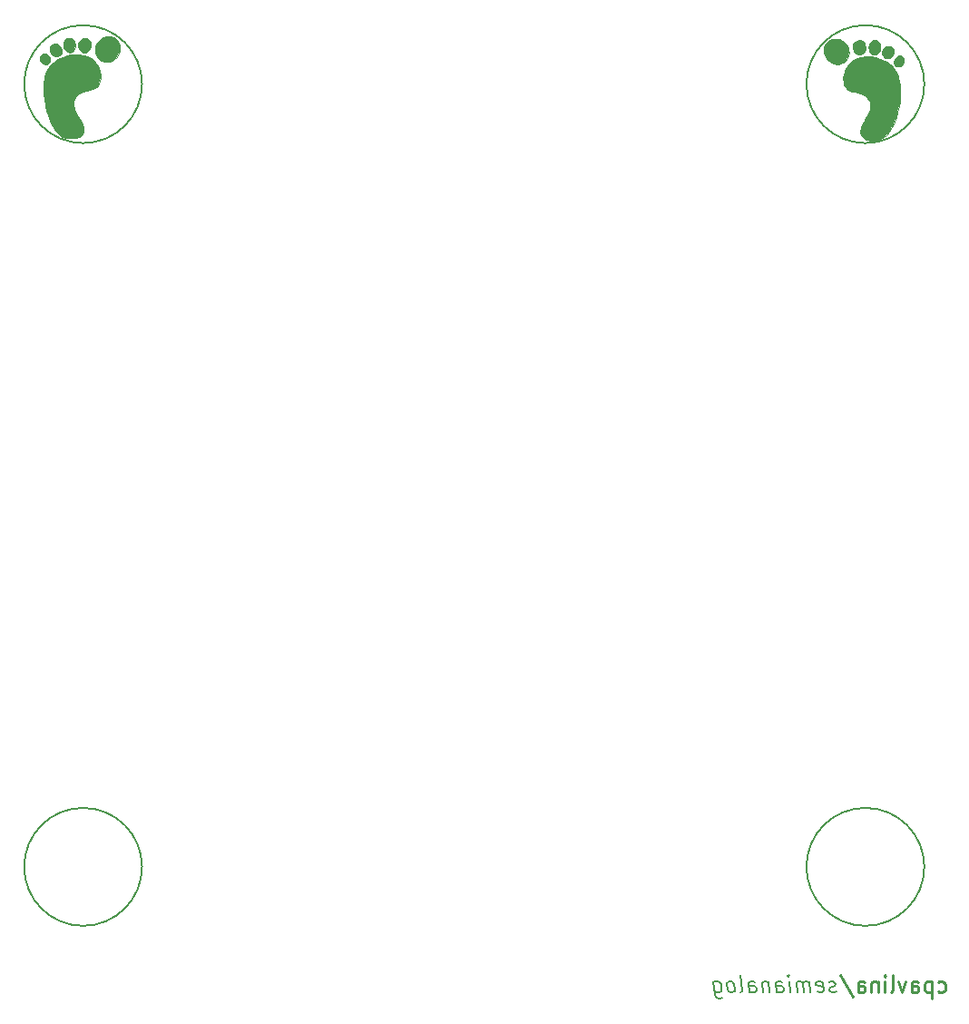
<source format=gbo>
G04 #@! TF.FileFunction,Legend,Bot*
%FSLAX46Y46*%
G04 Gerber Fmt 4.6, Leading zero omitted, Abs format (unit mm)*
G04 Created by KiCad (PCBNEW (2016-03-18 BZR 6629, Git 60d93d0)-product) date Tue 22 Mar 2016 11:04:14 AM EDT*
%MOMM*%
G01*
G04 APERTURE LIST*
%ADD10C,0.100000*%
%ADD11C,0.200000*%
%ADD12C,0.250000*%
%ADD13C,0.010000*%
%ADD14O,1.750000X1.750000*%
%ADD15O,1.450000X1.250000*%
%ADD16O,1.250000X1.450000*%
%ADD17O,2.286000X1.524000*%
%ADD18O,1.524000X2.286000*%
%ADD19C,1.524000*%
%ADD20R,1.524000X2.286000*%
G04 APERTURE END LIST*
D10*
D11*
X83768452Y-98147619D02*
X83644643Y-98223810D01*
X83377976Y-98223810D01*
X83235119Y-98147619D01*
X83149405Y-97995238D01*
X83139881Y-97919048D01*
X83187500Y-97766667D01*
X83311309Y-97690476D01*
X83511309Y-97690476D01*
X83635120Y-97614286D01*
X83682738Y-97461905D01*
X83673214Y-97385714D01*
X83587501Y-97233333D01*
X83444643Y-97157143D01*
X83244643Y-97157143D01*
X83120834Y-97233333D01*
X82035119Y-98147619D02*
X82177977Y-98223810D01*
X82444643Y-98223810D01*
X82568453Y-98147619D01*
X82616072Y-97995238D01*
X82539881Y-97385714D01*
X82454168Y-97233333D01*
X82311310Y-97157143D01*
X82044644Y-97157143D01*
X81920834Y-97233333D01*
X81873215Y-97385714D01*
X81892263Y-97538095D01*
X82577976Y-97690476D01*
X81377977Y-98223810D02*
X81244644Y-97157143D01*
X81263691Y-97309524D02*
X81187501Y-97233333D01*
X81044644Y-97157143D01*
X80844644Y-97157143D01*
X80720834Y-97233333D01*
X80673215Y-97385714D01*
X80777977Y-98223810D01*
X80673215Y-97385714D02*
X80587501Y-97233333D01*
X80444644Y-97157143D01*
X80244644Y-97157143D01*
X80120834Y-97233333D01*
X80073215Y-97385714D01*
X80177977Y-98223810D01*
X79511310Y-98223810D02*
X79377977Y-97157143D01*
X79311310Y-96623810D02*
X79387500Y-96700000D01*
X79330358Y-96776190D01*
X79254167Y-96700000D01*
X79311310Y-96623810D01*
X79330358Y-96776190D01*
X78244643Y-98223810D02*
X78139881Y-97385714D01*
X78187500Y-97233333D01*
X78311310Y-97157143D01*
X78577976Y-97157143D01*
X78720834Y-97233333D01*
X78235119Y-98147619D02*
X78377976Y-98223810D01*
X78711309Y-98223810D01*
X78835119Y-98147619D01*
X78882738Y-97995238D01*
X78863690Y-97842857D01*
X78777976Y-97690476D01*
X78635119Y-97614286D01*
X78301786Y-97614286D01*
X78158929Y-97538095D01*
X77444643Y-97157143D02*
X77577976Y-98223810D01*
X77463690Y-97309524D02*
X77387500Y-97233333D01*
X77244643Y-97157143D01*
X77044643Y-97157143D01*
X76920833Y-97233333D01*
X76873214Y-97385714D01*
X76977976Y-98223810D01*
X75711309Y-98223810D02*
X75606547Y-97385714D01*
X75654166Y-97233333D01*
X75777976Y-97157143D01*
X76044642Y-97157143D01*
X76187500Y-97233333D01*
X75701785Y-98147619D02*
X75844642Y-98223810D01*
X76177975Y-98223810D01*
X76301785Y-98147619D01*
X76349404Y-97995238D01*
X76330356Y-97842857D01*
X76244642Y-97690476D01*
X76101785Y-97614286D01*
X75768452Y-97614286D01*
X75625595Y-97538095D01*
X74844642Y-98223810D02*
X74968451Y-98147619D01*
X75016071Y-97995238D01*
X74844642Y-96623810D01*
X74111309Y-98223810D02*
X74235118Y-98147619D01*
X74292262Y-98071429D01*
X74339880Y-97919048D01*
X74282737Y-97461905D01*
X74197023Y-97309524D01*
X74120833Y-97233333D01*
X73977976Y-97157143D01*
X73777976Y-97157143D01*
X73654166Y-97233333D01*
X73597023Y-97309524D01*
X73549404Y-97461905D01*
X73606547Y-97919048D01*
X73692262Y-98071429D01*
X73768451Y-98147619D01*
X73911309Y-98223810D01*
X74111309Y-98223810D01*
X72311309Y-97157143D02*
X72473214Y-98452381D01*
X72558927Y-98604762D01*
X72635118Y-98680952D01*
X72777975Y-98757143D01*
X72977975Y-98757143D01*
X73101785Y-98680952D01*
X72435118Y-98147619D02*
X72577975Y-98223810D01*
X72844642Y-98223810D01*
X72968451Y-98147619D01*
X73025595Y-98071429D01*
X73073213Y-97919048D01*
X73016070Y-97461905D01*
X72930356Y-97309524D01*
X72854166Y-97233333D01*
X72711309Y-97157143D01*
X72444642Y-97157143D01*
X72320833Y-97233333D01*
D12*
X93266668Y-98147619D02*
X93400001Y-98223810D01*
X93666668Y-98223810D01*
X93800001Y-98147619D01*
X93866668Y-98071429D01*
X93933334Y-97919048D01*
X93933334Y-97461905D01*
X93866668Y-97309524D01*
X93800001Y-97233333D01*
X93666668Y-97157143D01*
X93400001Y-97157143D01*
X93266668Y-97233333D01*
X92666668Y-97157143D02*
X92666668Y-98757143D01*
X92666668Y-97233333D02*
X92533334Y-97157143D01*
X92266668Y-97157143D01*
X92133334Y-97233333D01*
X92066668Y-97309524D01*
X92000001Y-97461905D01*
X92000001Y-97919048D01*
X92066668Y-98071429D01*
X92133334Y-98147619D01*
X92266668Y-98223810D01*
X92533334Y-98223810D01*
X92666668Y-98147619D01*
X90800001Y-98223810D02*
X90800001Y-97385714D01*
X90866667Y-97233333D01*
X91000001Y-97157143D01*
X91266667Y-97157143D01*
X91400001Y-97233333D01*
X90800001Y-98147619D02*
X90933334Y-98223810D01*
X91266667Y-98223810D01*
X91400001Y-98147619D01*
X91466667Y-97995238D01*
X91466667Y-97842857D01*
X91400001Y-97690476D01*
X91266667Y-97614286D01*
X90933334Y-97614286D01*
X90800001Y-97538095D01*
X90266667Y-97157143D02*
X89933334Y-98223810D01*
X89600000Y-97157143D01*
X88866667Y-98223810D02*
X89000000Y-98147619D01*
X89066667Y-97995238D01*
X89066667Y-96623810D01*
X88333334Y-98223810D02*
X88333334Y-97157143D01*
X88333334Y-96623810D02*
X88400000Y-96700000D01*
X88333334Y-96776190D01*
X88266667Y-96700000D01*
X88333334Y-96623810D01*
X88333334Y-96776190D01*
X87666667Y-97157143D02*
X87666667Y-98223810D01*
X87666667Y-97309524D02*
X87600000Y-97233333D01*
X87466667Y-97157143D01*
X87266667Y-97157143D01*
X87133333Y-97233333D01*
X87066667Y-97385714D01*
X87066667Y-98223810D01*
X85800000Y-98223810D02*
X85800000Y-97385714D01*
X85866666Y-97233333D01*
X86000000Y-97157143D01*
X86266666Y-97157143D01*
X86400000Y-97233333D01*
X85800000Y-98147619D02*
X85933333Y-98223810D01*
X86266666Y-98223810D01*
X86400000Y-98147619D01*
X86466666Y-97995238D01*
X86466666Y-97842857D01*
X86400000Y-97690476D01*
X86266666Y-97614286D01*
X85933333Y-97614286D01*
X85800000Y-97538095D01*
X84133333Y-96547619D02*
X85333333Y-98604762D01*
D11*
X19000000Y-86500000D02*
G75*
G03X19000000Y-86500000I-5500000J0D01*
G01*
X92000000Y-86500000D02*
G75*
G03X92000000Y-86500000I-5500000J0D01*
G01*
X92000000Y-13500000D02*
G75*
G03X92000000Y-13500000I-5500000J0D01*
G01*
X19000000Y-13500000D02*
G75*
G03X19000000Y-13500000I-5500000J0D01*
G01*
D13*
G36*
X86136340Y-10983947D02*
X85734033Y-11092888D01*
X85427828Y-11221157D01*
X85185087Y-11373952D01*
X84970563Y-11574466D01*
X84787431Y-11813450D01*
X84638868Y-12081655D01*
X84528049Y-12369833D01*
X84458152Y-12668735D01*
X84432351Y-12969112D01*
X84453823Y-13261715D01*
X84525745Y-13537296D01*
X84585603Y-13673679D01*
X84707477Y-13864550D01*
X84859795Y-14013134D01*
X85050343Y-14124440D01*
X85286908Y-14203476D01*
X85464964Y-14239260D01*
X85792326Y-14304353D01*
X86067585Y-14387037D01*
X86300743Y-14491672D01*
X86501805Y-14622617D01*
X86654889Y-14757808D01*
X86810568Y-14943682D01*
X86910970Y-15140404D01*
X86961996Y-15362479D01*
X86971500Y-15536095D01*
X86966611Y-15664728D01*
X86949489Y-15787555D01*
X86916453Y-15914293D01*
X86863819Y-16054660D01*
X86787906Y-16218376D01*
X86685031Y-16415158D01*
X86551514Y-16654724D01*
X86539996Y-16674980D01*
X86397382Y-16927613D01*
X86284205Y-17134109D01*
X86196971Y-17302627D01*
X86132189Y-17441323D01*
X86086366Y-17558358D01*
X86056010Y-17661888D01*
X86037629Y-17760073D01*
X86027731Y-17861070D01*
X86026964Y-17873500D01*
X86022072Y-18004138D01*
X86029187Y-18097476D01*
X86053152Y-18179304D01*
X86098809Y-18275417D01*
X86104462Y-18286250D01*
X86226455Y-18455519D01*
X86393026Y-18595102D01*
X86587310Y-18691348D01*
X86616621Y-18700848D01*
X86743836Y-18726250D01*
X86913838Y-18742309D01*
X87106566Y-18748740D01*
X87301957Y-18745260D01*
X87479948Y-18731586D01*
X87589391Y-18714588D01*
X87843875Y-18648593D01*
X88055894Y-18560386D01*
X88245470Y-18439043D01*
X88432626Y-18273646D01*
X88473356Y-18232436D01*
X88703531Y-17956652D01*
X88917944Y-17620482D01*
X89115892Y-17225228D01*
X89296671Y-16772193D01*
X89357158Y-16595981D01*
X89508615Y-16080373D01*
X89626240Y-15558686D01*
X89709094Y-15040478D01*
X89756235Y-14535306D01*
X89766725Y-14052724D01*
X89739623Y-13602291D01*
X89686129Y-13250849D01*
X89591161Y-12855078D01*
X89474857Y-12513352D01*
X89331788Y-12218242D01*
X89156528Y-11962318D01*
X88943651Y-11738152D01*
X88687730Y-11538313D01*
X88383339Y-11355373D01*
X88252420Y-11288043D01*
X87837443Y-11114575D01*
X87411693Y-10997274D01*
X86981823Y-10936298D01*
X86554488Y-10931803D01*
X86136340Y-10983947D01*
X86136340Y-10983947D01*
G37*
X86136340Y-10983947D02*
X85734033Y-11092888D01*
X85427828Y-11221157D01*
X85185087Y-11373952D01*
X84970563Y-11574466D01*
X84787431Y-11813450D01*
X84638868Y-12081655D01*
X84528049Y-12369833D01*
X84458152Y-12668735D01*
X84432351Y-12969112D01*
X84453823Y-13261715D01*
X84525745Y-13537296D01*
X84585603Y-13673679D01*
X84707477Y-13864550D01*
X84859795Y-14013134D01*
X85050343Y-14124440D01*
X85286908Y-14203476D01*
X85464964Y-14239260D01*
X85792326Y-14304353D01*
X86067585Y-14387037D01*
X86300743Y-14491672D01*
X86501805Y-14622617D01*
X86654889Y-14757808D01*
X86810568Y-14943682D01*
X86910970Y-15140404D01*
X86961996Y-15362479D01*
X86971500Y-15536095D01*
X86966611Y-15664728D01*
X86949489Y-15787555D01*
X86916453Y-15914293D01*
X86863819Y-16054660D01*
X86787906Y-16218376D01*
X86685031Y-16415158D01*
X86551514Y-16654724D01*
X86539996Y-16674980D01*
X86397382Y-16927613D01*
X86284205Y-17134109D01*
X86196971Y-17302627D01*
X86132189Y-17441323D01*
X86086366Y-17558358D01*
X86056010Y-17661888D01*
X86037629Y-17760073D01*
X86027731Y-17861070D01*
X86026964Y-17873500D01*
X86022072Y-18004138D01*
X86029187Y-18097476D01*
X86053152Y-18179304D01*
X86098809Y-18275417D01*
X86104462Y-18286250D01*
X86226455Y-18455519D01*
X86393026Y-18595102D01*
X86587310Y-18691348D01*
X86616621Y-18700848D01*
X86743836Y-18726250D01*
X86913838Y-18742309D01*
X87106566Y-18748740D01*
X87301957Y-18745260D01*
X87479948Y-18731586D01*
X87589391Y-18714588D01*
X87843875Y-18648593D01*
X88055894Y-18560386D01*
X88245470Y-18439043D01*
X88432626Y-18273646D01*
X88473356Y-18232436D01*
X88703531Y-17956652D01*
X88917944Y-17620482D01*
X89115892Y-17225228D01*
X89296671Y-16772193D01*
X89357158Y-16595981D01*
X89508615Y-16080373D01*
X89626240Y-15558686D01*
X89709094Y-15040478D01*
X89756235Y-14535306D01*
X89766725Y-14052724D01*
X89739623Y-13602291D01*
X89686129Y-13250849D01*
X89591161Y-12855078D01*
X89474857Y-12513352D01*
X89331788Y-12218242D01*
X89156528Y-11962318D01*
X88943651Y-11738152D01*
X88687730Y-11538313D01*
X88383339Y-11355373D01*
X88252420Y-11288043D01*
X87837443Y-11114575D01*
X87411693Y-10997274D01*
X86981823Y-10936298D01*
X86554488Y-10931803D01*
X86136340Y-10983947D01*
G36*
X89636998Y-10844976D02*
X89488809Y-10898471D01*
X89375960Y-10979226D01*
X89253306Y-11116299D01*
X89184990Y-11264907D01*
X89162349Y-11444518D01*
X89162251Y-11459446D01*
X89169255Y-11568421D01*
X89198582Y-11647441D01*
X89262706Y-11729283D01*
X89266529Y-11733469D01*
X89351302Y-11810990D01*
X89438281Y-11848680D01*
X89512591Y-11859687D01*
X89619602Y-11860053D01*
X89713213Y-11845764D01*
X89733750Y-11838864D01*
X89874040Y-11748955D01*
X89992401Y-11614995D01*
X90076454Y-11455710D01*
X90113814Y-11289826D01*
X90114632Y-11262827D01*
X90088537Y-11101059D01*
X90017429Y-10974436D01*
X89911605Y-10886912D01*
X89781362Y-10842441D01*
X89636998Y-10844976D01*
X89636998Y-10844976D01*
G37*
X89636998Y-10844976D02*
X89488809Y-10898471D01*
X89375960Y-10979226D01*
X89253306Y-11116299D01*
X89184990Y-11264907D01*
X89162349Y-11444518D01*
X89162251Y-11459446D01*
X89169255Y-11568421D01*
X89198582Y-11647441D01*
X89262706Y-11729283D01*
X89266529Y-11733469D01*
X89351302Y-11810990D01*
X89438281Y-11848680D01*
X89512591Y-11859687D01*
X89619602Y-11860053D01*
X89713213Y-11845764D01*
X89733750Y-11838864D01*
X89874040Y-11748955D01*
X89992401Y-11614995D01*
X90076454Y-11455710D01*
X90113814Y-11289826D01*
X90114632Y-11262827D01*
X90088537Y-11101059D01*
X90017429Y-10974436D01*
X89911605Y-10886912D01*
X89781362Y-10842441D01*
X89636998Y-10844976D01*
G36*
X83553291Y-9257378D02*
X83444345Y-9269807D01*
X83350160Y-9296697D01*
X83256750Y-9337577D01*
X83037782Y-9475353D01*
X82864269Y-9650680D01*
X82737330Y-9855651D01*
X82658084Y-10082359D01*
X82627649Y-10322897D01*
X82647145Y-10569357D01*
X82717690Y-10813832D01*
X82840402Y-11048414D01*
X82988181Y-11235861D01*
X83184455Y-11412374D01*
X83397787Y-11535383D01*
X83593925Y-11602530D01*
X83789359Y-11640627D01*
X83962920Y-11642365D01*
X84144621Y-11607991D01*
X84147994Y-11607086D01*
X84386073Y-11513544D01*
X84584672Y-11376733D01*
X84742377Y-11204204D01*
X84857780Y-11003509D01*
X84929470Y-10782199D01*
X84956036Y-10547828D01*
X84936066Y-10307945D01*
X84868152Y-10070104D01*
X84750882Y-9841856D01*
X84582846Y-9630752D01*
X84527286Y-9576466D01*
X84337164Y-9424598D01*
X84144435Y-9325021D01*
X83931204Y-9270769D01*
X83701250Y-9254897D01*
X83553291Y-9257378D01*
X83553291Y-9257378D01*
G37*
X83553291Y-9257378D02*
X83444345Y-9269807D01*
X83350160Y-9296697D01*
X83256750Y-9337577D01*
X83037782Y-9475353D01*
X82864269Y-9650680D01*
X82737330Y-9855651D01*
X82658084Y-10082359D01*
X82627649Y-10322897D01*
X82647145Y-10569357D01*
X82717690Y-10813832D01*
X82840402Y-11048414D01*
X82988181Y-11235861D01*
X83184455Y-11412374D01*
X83397787Y-11535383D01*
X83593925Y-11602530D01*
X83789359Y-11640627D01*
X83962920Y-11642365D01*
X84144621Y-11607991D01*
X84147994Y-11607086D01*
X84386073Y-11513544D01*
X84584672Y-11376733D01*
X84742377Y-11204204D01*
X84857780Y-11003509D01*
X84929470Y-10782199D01*
X84956036Y-10547828D01*
X84936066Y-10307945D01*
X84868152Y-10070104D01*
X84750882Y-9841856D01*
X84582846Y-9630752D01*
X84527286Y-9576466D01*
X84337164Y-9424598D01*
X84144435Y-9325021D01*
X83931204Y-9270769D01*
X83701250Y-9254897D01*
X83553291Y-9257378D01*
G36*
X88562385Y-9943783D02*
X88399097Y-10010106D01*
X88251047Y-10131728D01*
X88130789Y-10292715D01*
X88064426Y-10461849D01*
X88051076Y-10629698D01*
X88089860Y-10786830D01*
X88179896Y-10923811D01*
X88320304Y-11031210D01*
X88335797Y-11039312D01*
X88474124Y-11093800D01*
X88602342Y-11103731D01*
X88737350Y-11076320D01*
X88813544Y-11037034D01*
X88905199Y-10966173D01*
X88965941Y-10907000D01*
X89086557Y-10741700D01*
X89155263Y-10570333D01*
X89172630Y-10402036D01*
X89139232Y-10245950D01*
X89055642Y-10111213D01*
X88922433Y-10006963D01*
X88909051Y-9999908D01*
X88732772Y-9940303D01*
X88562385Y-9943783D01*
X88562385Y-9943783D01*
G37*
X88562385Y-9943783D02*
X88399097Y-10010106D01*
X88251047Y-10131728D01*
X88130789Y-10292715D01*
X88064426Y-10461849D01*
X88051076Y-10629698D01*
X88089860Y-10786830D01*
X88179896Y-10923811D01*
X88320304Y-11031210D01*
X88335797Y-11039312D01*
X88474124Y-11093800D01*
X88602342Y-11103731D01*
X88737350Y-11076320D01*
X88813544Y-11037034D01*
X88905199Y-10966173D01*
X88965941Y-10907000D01*
X89086557Y-10741700D01*
X89155263Y-10570333D01*
X89172630Y-10402036D01*
X89139232Y-10245950D01*
X89055642Y-10111213D01*
X88922433Y-10006963D01*
X88909051Y-9999908D01*
X88732772Y-9940303D01*
X88562385Y-9943783D01*
G36*
X87268408Y-9395066D02*
X87113429Y-9460723D01*
X87002064Y-9552751D01*
X86897637Y-9701683D01*
X86833786Y-9877361D01*
X86809752Y-10066099D01*
X86824772Y-10254210D01*
X86878087Y-10428007D01*
X86968936Y-10573803D01*
X87063508Y-10658056D01*
X87198293Y-10713784D01*
X87355290Y-10727039D01*
X87507642Y-10695651D01*
X87511250Y-10694239D01*
X87653210Y-10605890D01*
X87764246Y-10473662D01*
X87841990Y-10310393D01*
X87884074Y-10128919D01*
X87888129Y-9942079D01*
X87851788Y-9762710D01*
X87772684Y-9603651D01*
X87723559Y-9543236D01*
X87583998Y-9436183D01*
X87428773Y-9386840D01*
X87268408Y-9395066D01*
X87268408Y-9395066D01*
G37*
X87268408Y-9395066D02*
X87113429Y-9460723D01*
X87002064Y-9552751D01*
X86897637Y-9701683D01*
X86833786Y-9877361D01*
X86809752Y-10066099D01*
X86824772Y-10254210D01*
X86878087Y-10428007D01*
X86968936Y-10573803D01*
X87063508Y-10658056D01*
X87198293Y-10713784D01*
X87355290Y-10727039D01*
X87507642Y-10695651D01*
X87511250Y-10694239D01*
X87653210Y-10605890D01*
X87764246Y-10473662D01*
X87841990Y-10310393D01*
X87884074Y-10128919D01*
X87888129Y-9942079D01*
X87851788Y-9762710D01*
X87772684Y-9603651D01*
X87723559Y-9543236D01*
X87583998Y-9436183D01*
X87428773Y-9386840D01*
X87268408Y-9395066D01*
G36*
X85895654Y-9402133D02*
X85702456Y-9443407D01*
X85546144Y-9532950D01*
X85432345Y-9664866D01*
X85366683Y-9833257D01*
X85352369Y-9971695D01*
X85374166Y-10177258D01*
X85435355Y-10367900D01*
X85529216Y-10529949D01*
X85649028Y-10649733D01*
X85701565Y-10682158D01*
X85821500Y-10718362D01*
X85968105Y-10727387D01*
X86110728Y-10709380D01*
X86193625Y-10679820D01*
X86357045Y-10563648D01*
X86467601Y-10415811D01*
X86523899Y-10241831D01*
X86524548Y-10047230D01*
X86468156Y-9837530D01*
X86428384Y-9748794D01*
X86327538Y-9581825D01*
X86216283Y-9472210D01*
X86085185Y-9413808D01*
X85924811Y-9400481D01*
X85895654Y-9402133D01*
X85895654Y-9402133D01*
G37*
X85895654Y-9402133D02*
X85702456Y-9443407D01*
X85546144Y-9532950D01*
X85432345Y-9664866D01*
X85366683Y-9833257D01*
X85352369Y-9971695D01*
X85374166Y-10177258D01*
X85435355Y-10367900D01*
X85529216Y-10529949D01*
X85649028Y-10649733D01*
X85701565Y-10682158D01*
X85821500Y-10718362D01*
X85968105Y-10727387D01*
X86110728Y-10709380D01*
X86193625Y-10679820D01*
X86357045Y-10563648D01*
X86467601Y-10415811D01*
X86523899Y-10241831D01*
X86524548Y-10047230D01*
X86468156Y-9837530D01*
X86428384Y-9748794D01*
X86327538Y-9581825D01*
X86216283Y-9472210D01*
X86085185Y-9413808D01*
X85924811Y-9400481D01*
X85895654Y-9402133D01*
G36*
X12270356Y-10771669D02*
X11834384Y-10878137D01*
X11402279Y-11046600D01*
X11315831Y-11088043D01*
X10991383Y-11266468D01*
X10717491Y-11458938D01*
X10488726Y-11672884D01*
X10299663Y-11915733D01*
X10144874Y-12194917D01*
X10018933Y-12517863D01*
X9916413Y-12892001D01*
X9882122Y-13050849D01*
X9822231Y-13466329D01*
X9800733Y-13922104D01*
X9816687Y-14408618D01*
X9869154Y-14916314D01*
X9957195Y-15435636D01*
X10079868Y-15957026D01*
X10211093Y-16395981D01*
X10310478Y-16673594D01*
X10424758Y-16953181D01*
X10547121Y-17220192D01*
X10670755Y-17460072D01*
X10788847Y-17658271D01*
X10830534Y-17719188D01*
X11020051Y-17953739D01*
X11225528Y-18155620D01*
X11435793Y-18315013D01*
X11622893Y-18415287D01*
X11827765Y-18480729D01*
X12070804Y-18526745D01*
X12329982Y-18551550D01*
X12583269Y-18553361D01*
X12808637Y-18530391D01*
X12874622Y-18516707D01*
X13094609Y-18436601D01*
X13281232Y-18314331D01*
X13422812Y-18157813D01*
X13437286Y-18135385D01*
X13485013Y-18052278D01*
X13513599Y-17979412D01*
X13527758Y-17895561D01*
X13532202Y-17779497D01*
X13532276Y-17707599D01*
X13529970Y-17606288D01*
X13521729Y-17514535D01*
X13504244Y-17424253D01*
X13474208Y-17327353D01*
X13428316Y-17215750D01*
X13363259Y-17081354D01*
X13275731Y-16916078D01*
X13162425Y-16711836D01*
X13028255Y-16474980D01*
X12892255Y-16231760D01*
X12787179Y-16032064D01*
X12709344Y-15866174D01*
X12655068Y-15724371D01*
X12620670Y-15596938D01*
X12602466Y-15474155D01*
X12596776Y-15346306D01*
X12596750Y-15336095D01*
X12617458Y-15088380D01*
X12683513Y-14875921D01*
X12800817Y-14684213D01*
X12913362Y-14557808D01*
X13095012Y-14401083D01*
X13300259Y-14274371D01*
X13539108Y-14173314D01*
X13821559Y-14093552D01*
X14103287Y-14039260D01*
X14373189Y-13978151D01*
X14592119Y-13887959D01*
X14767862Y-13763676D01*
X14908208Y-13600293D01*
X14982648Y-13473679D01*
X15082120Y-13212051D01*
X15130425Y-12925447D01*
X15129467Y-12623756D01*
X15081152Y-12316867D01*
X14987385Y-12014668D01*
X14850071Y-11727048D01*
X14671114Y-11463896D01*
X14573961Y-11352326D01*
X14365147Y-11164489D01*
X14124571Y-11012836D01*
X13845575Y-10894549D01*
X13521505Y-10806808D01*
X13145704Y-10746794D01*
X13143896Y-10746584D01*
X12707693Y-10727662D01*
X12270356Y-10771669D01*
X12270356Y-10771669D01*
G37*
X12270356Y-10771669D02*
X11834384Y-10878137D01*
X11402279Y-11046600D01*
X11315831Y-11088043D01*
X10991383Y-11266468D01*
X10717491Y-11458938D01*
X10488726Y-11672884D01*
X10299663Y-11915733D01*
X10144874Y-12194917D01*
X10018933Y-12517863D01*
X9916413Y-12892001D01*
X9882122Y-13050849D01*
X9822231Y-13466329D01*
X9800733Y-13922104D01*
X9816687Y-14408618D01*
X9869154Y-14916314D01*
X9957195Y-15435636D01*
X10079868Y-15957026D01*
X10211093Y-16395981D01*
X10310478Y-16673594D01*
X10424758Y-16953181D01*
X10547121Y-17220192D01*
X10670755Y-17460072D01*
X10788847Y-17658271D01*
X10830534Y-17719188D01*
X11020051Y-17953739D01*
X11225528Y-18155620D01*
X11435793Y-18315013D01*
X11622893Y-18415287D01*
X11827765Y-18480729D01*
X12070804Y-18526745D01*
X12329982Y-18551550D01*
X12583269Y-18553361D01*
X12808637Y-18530391D01*
X12874622Y-18516707D01*
X13094609Y-18436601D01*
X13281232Y-18314331D01*
X13422812Y-18157813D01*
X13437286Y-18135385D01*
X13485013Y-18052278D01*
X13513599Y-17979412D01*
X13527758Y-17895561D01*
X13532202Y-17779497D01*
X13532276Y-17707599D01*
X13529970Y-17606288D01*
X13521729Y-17514535D01*
X13504244Y-17424253D01*
X13474208Y-17327353D01*
X13428316Y-17215750D01*
X13363259Y-17081354D01*
X13275731Y-16916078D01*
X13162425Y-16711836D01*
X13028255Y-16474980D01*
X12892255Y-16231760D01*
X12787179Y-16032064D01*
X12709344Y-15866174D01*
X12655068Y-15724371D01*
X12620670Y-15596938D01*
X12602466Y-15474155D01*
X12596776Y-15346306D01*
X12596750Y-15336095D01*
X12617458Y-15088380D01*
X12683513Y-14875921D01*
X12800817Y-14684213D01*
X12913362Y-14557808D01*
X13095012Y-14401083D01*
X13300259Y-14274371D01*
X13539108Y-14173314D01*
X13821559Y-14093552D01*
X14103287Y-14039260D01*
X14373189Y-13978151D01*
X14592119Y-13887959D01*
X14767862Y-13763676D01*
X14908208Y-13600293D01*
X14982648Y-13473679D01*
X15082120Y-13212051D01*
X15130425Y-12925447D01*
X15129467Y-12623756D01*
X15081152Y-12316867D01*
X14987385Y-12014668D01*
X14850071Y-11727048D01*
X14671114Y-11463896D01*
X14573961Y-11352326D01*
X14365147Y-11164489D01*
X14124571Y-11012836D01*
X13845575Y-10894549D01*
X13521505Y-10806808D01*
X13145704Y-10746794D01*
X13143896Y-10746584D01*
X12707693Y-10727662D01*
X12270356Y-10771669D01*
G36*
X9752741Y-10647867D02*
X9622900Y-10707173D01*
X9520731Y-10816812D01*
X9517814Y-10821526D01*
X9461410Y-10967245D01*
X9456650Y-11120230D01*
X9496059Y-11271086D01*
X9572164Y-11410416D01*
X9677490Y-11528825D01*
X9804562Y-11616916D01*
X9945908Y-11665293D01*
X10094052Y-11664561D01*
X10170465Y-11641988D01*
X10233351Y-11600725D01*
X10305738Y-11532262D01*
X10321278Y-11514565D01*
X10378329Y-11428868D01*
X10402693Y-11333199D01*
X10406000Y-11256544D01*
X10385993Y-11074773D01*
X10320324Y-10924474D01*
X10200520Y-10786724D01*
X10192291Y-10779226D01*
X10049035Y-10683166D01*
X9898652Y-10639622D01*
X9752741Y-10647867D01*
X9752741Y-10647867D01*
G37*
X9752741Y-10647867D02*
X9622900Y-10707173D01*
X9520731Y-10816812D01*
X9517814Y-10821526D01*
X9461410Y-10967245D01*
X9456650Y-11120230D01*
X9496059Y-11271086D01*
X9572164Y-11410416D01*
X9677490Y-11528825D01*
X9804562Y-11616916D01*
X9945908Y-11665293D01*
X10094052Y-11664561D01*
X10170465Y-11641988D01*
X10233351Y-11600725D01*
X10305738Y-11532262D01*
X10321278Y-11514565D01*
X10378329Y-11428868D01*
X10402693Y-11333199D01*
X10406000Y-11256544D01*
X10385993Y-11074773D01*
X10320324Y-10924474D01*
X10200520Y-10786724D01*
X10192291Y-10779226D01*
X10049035Y-10683166D01*
X9898652Y-10639622D01*
X9752741Y-10647867D01*
G36*
X15619053Y-9073566D02*
X15408090Y-9131143D01*
X15216218Y-9234594D01*
X15040965Y-9376466D01*
X14859193Y-9581245D01*
X14727616Y-9806766D01*
X14645537Y-10045014D01*
X14612262Y-10287977D01*
X14627094Y-10527642D01*
X14689339Y-10755996D01*
X14798301Y-10965026D01*
X14953285Y-11146718D01*
X15153595Y-11293061D01*
X15209865Y-11322787D01*
X15450115Y-11408838D01*
X15700768Y-11439671D01*
X15946008Y-11413657D01*
X15988146Y-11402871D01*
X16235138Y-11303296D01*
X16453324Y-11156188D01*
X16637621Y-10970226D01*
X16782942Y-10754088D01*
X16884204Y-10516451D01*
X16936322Y-10265993D01*
X16934211Y-10011393D01*
X16900689Y-9845467D01*
X16799685Y-9594333D01*
X16652132Y-9386261D01*
X16457142Y-9220183D01*
X16311500Y-9137577D01*
X16209657Y-9093592D01*
X16115140Y-9068177D01*
X16003697Y-9056818D01*
X15867000Y-9054897D01*
X15619053Y-9073566D01*
X15619053Y-9073566D01*
G37*
X15619053Y-9073566D02*
X15408090Y-9131143D01*
X15216218Y-9234594D01*
X15040965Y-9376466D01*
X14859193Y-9581245D01*
X14727616Y-9806766D01*
X14645537Y-10045014D01*
X14612262Y-10287977D01*
X14627094Y-10527642D01*
X14689339Y-10755996D01*
X14798301Y-10965026D01*
X14953285Y-11146718D01*
X15153595Y-11293061D01*
X15209865Y-11322787D01*
X15450115Y-11408838D01*
X15700768Y-11439671D01*
X15946008Y-11413657D01*
X15988146Y-11402871D01*
X16235138Y-11303296D01*
X16453324Y-11156188D01*
X16637621Y-10970226D01*
X16782942Y-10754088D01*
X16884204Y-10516451D01*
X16936322Y-10265993D01*
X16934211Y-10011393D01*
X16900689Y-9845467D01*
X16799685Y-9594333D01*
X16652132Y-9386261D01*
X16457142Y-9220183D01*
X16311500Y-9137577D01*
X16209657Y-9093592D01*
X16115140Y-9068177D01*
X16003697Y-9056818D01*
X15867000Y-9054897D01*
X15619053Y-9073566D01*
G36*
X10659200Y-9799908D02*
X10521940Y-9901172D01*
X10434187Y-10033733D01*
X10396525Y-10188409D01*
X10409535Y-10356018D01*
X10473801Y-10527377D01*
X10589906Y-10693304D01*
X10601676Y-10706312D01*
X10748994Y-10833034D01*
X10901165Y-10896953D01*
X11061395Y-10898747D01*
X11232454Y-10839312D01*
X11377474Y-10735124D01*
X11472204Y-10600482D01*
X11515763Y-10444818D01*
X11507270Y-10277564D01*
X11445844Y-10108153D01*
X11330605Y-9946017D01*
X11317204Y-9931728D01*
X11161814Y-9805679D01*
X10998172Y-9742242D01*
X10827488Y-9741659D01*
X10659200Y-9799908D01*
X10659200Y-9799908D01*
G37*
X10659200Y-9799908D02*
X10521940Y-9901172D01*
X10434187Y-10033733D01*
X10396525Y-10188409D01*
X10409535Y-10356018D01*
X10473801Y-10527377D01*
X10589906Y-10693304D01*
X10601676Y-10706312D01*
X10748994Y-10833034D01*
X10901165Y-10896953D01*
X11061395Y-10898747D01*
X11232454Y-10839312D01*
X11377474Y-10735124D01*
X11472204Y-10600482D01*
X11515763Y-10444818D01*
X11507270Y-10277564D01*
X11445844Y-10108153D01*
X11330605Y-9946017D01*
X11317204Y-9931728D01*
X11161814Y-9805679D01*
X10998172Y-9742242D01*
X10827488Y-9741659D01*
X10659200Y-9799908D01*
G36*
X13506634Y-9208784D02*
X13371465Y-9259523D01*
X13257656Y-9360488D01*
X13155772Y-9517819D01*
X13139867Y-9548794D01*
X13059620Y-9763730D01*
X13038241Y-9965738D01*
X13075058Y-10150433D01*
X13169400Y-10313433D01*
X13272619Y-10414937D01*
X13403967Y-10487300D01*
X13560075Y-10524829D01*
X13718555Y-10525475D01*
X13857017Y-10487188D01*
X13886164Y-10471115D01*
X14024114Y-10348579D01*
X14128835Y-10180910D01*
X14194626Y-9980197D01*
X14215882Y-9771695D01*
X14187805Y-9580992D01*
X14107598Y-9422576D01*
X13980885Y-9302346D01*
X13813292Y-9226200D01*
X13672597Y-9202133D01*
X13506634Y-9208784D01*
X13506634Y-9208784D01*
G37*
X13506634Y-9208784D02*
X13371465Y-9259523D01*
X13257656Y-9360488D01*
X13155772Y-9517819D01*
X13139867Y-9548794D01*
X13059620Y-9763730D01*
X13038241Y-9965738D01*
X13075058Y-10150433D01*
X13169400Y-10313433D01*
X13272619Y-10414937D01*
X13403967Y-10487300D01*
X13560075Y-10524829D01*
X13718555Y-10525475D01*
X13857017Y-10487188D01*
X13886164Y-10471115D01*
X14024114Y-10348579D01*
X14128835Y-10180910D01*
X14194626Y-9980197D01*
X14215882Y-9771695D01*
X14187805Y-9580992D01*
X14107598Y-9422576D01*
X13980885Y-9302346D01*
X13813292Y-9226200D01*
X13672597Y-9202133D01*
X13506634Y-9208784D01*
G36*
X11987010Y-9233789D02*
X11863405Y-9324949D01*
X11764867Y-9455778D01*
X11699692Y-9621943D01*
X11676178Y-9817549D01*
X11698781Y-10015833D01*
X11762028Y-10190627D01*
X11858217Y-10335979D01*
X11979648Y-10445936D01*
X12118620Y-10514545D01*
X12267431Y-10535853D01*
X12418381Y-10503906D01*
X12504743Y-10458056D01*
X12623873Y-10342969D01*
X12706031Y-10189394D01*
X12750457Y-10011006D01*
X12756392Y-9821479D01*
X12723075Y-9634488D01*
X12649746Y-9463708D01*
X12566187Y-9352538D01*
X12425271Y-9241673D01*
X12276240Y-9187817D01*
X12127387Y-9186633D01*
X11987010Y-9233789D01*
X11987010Y-9233789D01*
G37*
X11987010Y-9233789D02*
X11863405Y-9324949D01*
X11764867Y-9455778D01*
X11699692Y-9621943D01*
X11676178Y-9817549D01*
X11698781Y-10015833D01*
X11762028Y-10190627D01*
X11858217Y-10335979D01*
X11979648Y-10445936D01*
X12118620Y-10514545D01*
X12267431Y-10535853D01*
X12418381Y-10503906D01*
X12504743Y-10458056D01*
X12623873Y-10342969D01*
X12706031Y-10189394D01*
X12750457Y-10011006D01*
X12756392Y-9821479D01*
X12723075Y-9634488D01*
X12649746Y-9463708D01*
X12566187Y-9352538D01*
X12425271Y-9241673D01*
X12276240Y-9187817D01*
X12127387Y-9186633D01*
X11987010Y-9233789D01*
%LPC*%
D14*
X1500000Y-87500000D03*
X1500000Y-94500000D03*
D15*
X4200000Y-88500000D03*
X4200000Y-93500000D03*
D14*
X91500000Y-1500000D03*
X84500000Y-1500000D03*
D16*
X90500000Y-4200000D03*
X85500000Y-4200000D03*
D17*
X50000000Y-73730000D03*
X50000000Y-76270000D03*
D18*
X70730000Y-3000000D03*
X73270000Y-3000000D03*
D17*
X48476000Y-88730000D03*
X48476000Y-91270000D03*
X51524000Y-88730000D03*
X51524000Y-91270000D03*
D19*
X3810000Y-59690000D03*
X3810000Y-62230000D03*
X3810000Y-64770000D03*
X3810000Y-67310000D03*
X3810000Y-69850000D03*
X3810000Y-72390000D03*
X3810000Y-74930000D03*
X3810000Y-77470000D03*
X3810000Y-80010000D03*
X3810000Y-82550000D03*
X6350000Y-67310000D03*
X6350000Y-59690000D03*
X6350000Y-62230000D03*
X6350000Y-64770000D03*
X6350000Y-69850000D03*
X6350000Y-80010000D03*
X6350000Y-72390000D03*
X6350000Y-74930000D03*
X6350000Y-77470000D03*
X6350000Y-82550000D03*
X3810000Y-34290000D03*
X3810000Y-36830000D03*
X3810000Y-39370000D03*
X3810000Y-41910000D03*
X3810000Y-44450000D03*
X3810000Y-46990000D03*
X3810000Y-49530000D03*
X3810000Y-52070000D03*
X3810000Y-54610000D03*
X3810000Y-57150000D03*
X6350000Y-41910000D03*
X6350000Y-34290000D03*
X6350000Y-36830000D03*
X6350000Y-39370000D03*
X6350000Y-44450000D03*
X6350000Y-54610000D03*
X6350000Y-46990000D03*
X6350000Y-49530000D03*
X6350000Y-52070000D03*
X6350000Y-57150000D03*
X3810000Y-8890000D03*
X3810000Y-11430000D03*
X3810000Y-13970000D03*
X3810000Y-16510000D03*
X3810000Y-19050000D03*
X3810000Y-21590000D03*
X3810000Y-24130000D03*
X3810000Y-26670000D03*
X3810000Y-29210000D03*
X3810000Y-31750000D03*
X6350000Y-16510000D03*
X6350000Y-8890000D03*
X6350000Y-11430000D03*
X6350000Y-13970000D03*
X6350000Y-19050000D03*
X6350000Y-29210000D03*
X6350000Y-21590000D03*
X6350000Y-24130000D03*
X6350000Y-26670000D03*
X6350000Y-31750000D03*
X36830000Y-3810000D03*
X34290000Y-3810000D03*
X31750000Y-3810000D03*
X29210000Y-3810000D03*
X26670000Y-3810000D03*
X24130000Y-3810000D03*
X21590000Y-3810000D03*
X19050000Y-3810000D03*
X16510000Y-3810000D03*
X13970000Y-3810000D03*
X29210000Y-6350000D03*
X36830000Y-6350000D03*
X34290000Y-6350000D03*
X31750000Y-6350000D03*
X26670000Y-6350000D03*
X16510000Y-6350000D03*
X24130000Y-6350000D03*
X21590000Y-6350000D03*
X19050000Y-6350000D03*
X13970000Y-6350000D03*
D17*
X25400000Y-19270000D03*
X25400000Y-16730000D03*
X20320000Y-19270000D03*
X20320000Y-16730000D03*
D20*
X47460000Y-9254000D03*
D18*
X50000000Y-9254000D03*
X52540000Y-9254000D03*
X47460000Y-6206000D03*
X50000000Y-6206000D03*
X52540000Y-6206000D03*
M02*

</source>
